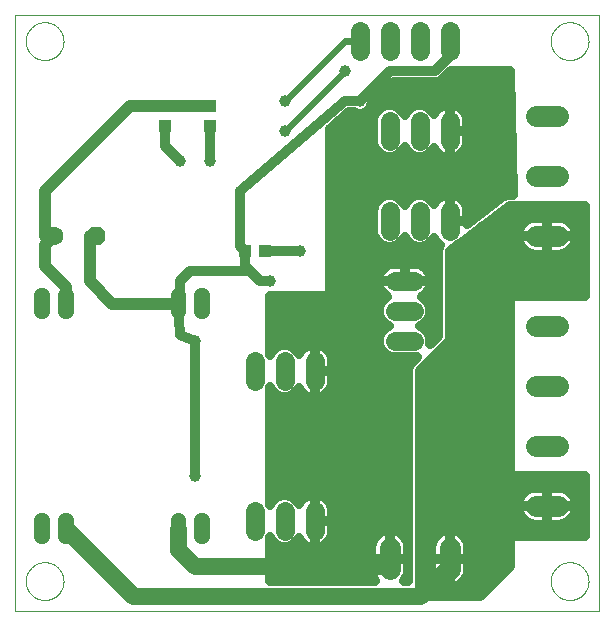
<source format=gbl>
G75*
%MOIN*%
%OFA0B0*%
%FSLAX25Y25*%
%IPPOS*%
%LPD*%
%AMOC8*
5,1,8,0,0,1.08239X$1,22.5*
%
%ADD10C,0.00000*%
%ADD11R,0.04331X0.03937*%
%ADD12C,0.04500*%
%ADD13R,0.03937X0.04331*%
%ADD14C,0.06400*%
%ADD15C,0.07100*%
%ADD16OC8,0.06300*%
%ADD17C,0.06300*%
%ADD18C,0.03200*%
%ADD19C,0.03962*%
%ADD20C,0.05600*%
%ADD21C,0.04000*%
%ADD22C,0.02400*%
D10*
X0001000Y0001000D02*
X0001000Y0199701D01*
X0195921Y0199701D01*
X0195921Y0001000D01*
X0001000Y0001000D01*
X0004701Y0011000D02*
X0004703Y0011158D01*
X0004709Y0011316D01*
X0004719Y0011474D01*
X0004733Y0011632D01*
X0004751Y0011789D01*
X0004772Y0011946D01*
X0004798Y0012102D01*
X0004828Y0012258D01*
X0004861Y0012413D01*
X0004899Y0012566D01*
X0004940Y0012719D01*
X0004985Y0012871D01*
X0005034Y0013022D01*
X0005087Y0013171D01*
X0005143Y0013319D01*
X0005203Y0013465D01*
X0005267Y0013610D01*
X0005335Y0013753D01*
X0005406Y0013895D01*
X0005480Y0014035D01*
X0005558Y0014172D01*
X0005640Y0014308D01*
X0005724Y0014442D01*
X0005813Y0014573D01*
X0005904Y0014702D01*
X0005999Y0014829D01*
X0006096Y0014954D01*
X0006197Y0015076D01*
X0006301Y0015195D01*
X0006408Y0015312D01*
X0006518Y0015426D01*
X0006631Y0015537D01*
X0006746Y0015646D01*
X0006864Y0015751D01*
X0006985Y0015853D01*
X0007108Y0015953D01*
X0007234Y0016049D01*
X0007362Y0016142D01*
X0007492Y0016232D01*
X0007625Y0016318D01*
X0007760Y0016402D01*
X0007896Y0016481D01*
X0008035Y0016558D01*
X0008176Y0016630D01*
X0008318Y0016700D01*
X0008462Y0016765D01*
X0008608Y0016827D01*
X0008755Y0016885D01*
X0008904Y0016940D01*
X0009054Y0016991D01*
X0009205Y0017038D01*
X0009357Y0017081D01*
X0009510Y0017120D01*
X0009665Y0017156D01*
X0009820Y0017187D01*
X0009976Y0017215D01*
X0010132Y0017239D01*
X0010289Y0017259D01*
X0010447Y0017275D01*
X0010604Y0017287D01*
X0010763Y0017295D01*
X0010921Y0017299D01*
X0011079Y0017299D01*
X0011237Y0017295D01*
X0011396Y0017287D01*
X0011553Y0017275D01*
X0011711Y0017259D01*
X0011868Y0017239D01*
X0012024Y0017215D01*
X0012180Y0017187D01*
X0012335Y0017156D01*
X0012490Y0017120D01*
X0012643Y0017081D01*
X0012795Y0017038D01*
X0012946Y0016991D01*
X0013096Y0016940D01*
X0013245Y0016885D01*
X0013392Y0016827D01*
X0013538Y0016765D01*
X0013682Y0016700D01*
X0013824Y0016630D01*
X0013965Y0016558D01*
X0014104Y0016481D01*
X0014240Y0016402D01*
X0014375Y0016318D01*
X0014508Y0016232D01*
X0014638Y0016142D01*
X0014766Y0016049D01*
X0014892Y0015953D01*
X0015015Y0015853D01*
X0015136Y0015751D01*
X0015254Y0015646D01*
X0015369Y0015537D01*
X0015482Y0015426D01*
X0015592Y0015312D01*
X0015699Y0015195D01*
X0015803Y0015076D01*
X0015904Y0014954D01*
X0016001Y0014829D01*
X0016096Y0014702D01*
X0016187Y0014573D01*
X0016276Y0014442D01*
X0016360Y0014308D01*
X0016442Y0014172D01*
X0016520Y0014035D01*
X0016594Y0013895D01*
X0016665Y0013753D01*
X0016733Y0013610D01*
X0016797Y0013465D01*
X0016857Y0013319D01*
X0016913Y0013171D01*
X0016966Y0013022D01*
X0017015Y0012871D01*
X0017060Y0012719D01*
X0017101Y0012566D01*
X0017139Y0012413D01*
X0017172Y0012258D01*
X0017202Y0012102D01*
X0017228Y0011946D01*
X0017249Y0011789D01*
X0017267Y0011632D01*
X0017281Y0011474D01*
X0017291Y0011316D01*
X0017297Y0011158D01*
X0017299Y0011000D01*
X0017297Y0010842D01*
X0017291Y0010684D01*
X0017281Y0010526D01*
X0017267Y0010368D01*
X0017249Y0010211D01*
X0017228Y0010054D01*
X0017202Y0009898D01*
X0017172Y0009742D01*
X0017139Y0009587D01*
X0017101Y0009434D01*
X0017060Y0009281D01*
X0017015Y0009129D01*
X0016966Y0008978D01*
X0016913Y0008829D01*
X0016857Y0008681D01*
X0016797Y0008535D01*
X0016733Y0008390D01*
X0016665Y0008247D01*
X0016594Y0008105D01*
X0016520Y0007965D01*
X0016442Y0007828D01*
X0016360Y0007692D01*
X0016276Y0007558D01*
X0016187Y0007427D01*
X0016096Y0007298D01*
X0016001Y0007171D01*
X0015904Y0007046D01*
X0015803Y0006924D01*
X0015699Y0006805D01*
X0015592Y0006688D01*
X0015482Y0006574D01*
X0015369Y0006463D01*
X0015254Y0006354D01*
X0015136Y0006249D01*
X0015015Y0006147D01*
X0014892Y0006047D01*
X0014766Y0005951D01*
X0014638Y0005858D01*
X0014508Y0005768D01*
X0014375Y0005682D01*
X0014240Y0005598D01*
X0014104Y0005519D01*
X0013965Y0005442D01*
X0013824Y0005370D01*
X0013682Y0005300D01*
X0013538Y0005235D01*
X0013392Y0005173D01*
X0013245Y0005115D01*
X0013096Y0005060D01*
X0012946Y0005009D01*
X0012795Y0004962D01*
X0012643Y0004919D01*
X0012490Y0004880D01*
X0012335Y0004844D01*
X0012180Y0004813D01*
X0012024Y0004785D01*
X0011868Y0004761D01*
X0011711Y0004741D01*
X0011553Y0004725D01*
X0011396Y0004713D01*
X0011237Y0004705D01*
X0011079Y0004701D01*
X0010921Y0004701D01*
X0010763Y0004705D01*
X0010604Y0004713D01*
X0010447Y0004725D01*
X0010289Y0004741D01*
X0010132Y0004761D01*
X0009976Y0004785D01*
X0009820Y0004813D01*
X0009665Y0004844D01*
X0009510Y0004880D01*
X0009357Y0004919D01*
X0009205Y0004962D01*
X0009054Y0005009D01*
X0008904Y0005060D01*
X0008755Y0005115D01*
X0008608Y0005173D01*
X0008462Y0005235D01*
X0008318Y0005300D01*
X0008176Y0005370D01*
X0008035Y0005442D01*
X0007896Y0005519D01*
X0007760Y0005598D01*
X0007625Y0005682D01*
X0007492Y0005768D01*
X0007362Y0005858D01*
X0007234Y0005951D01*
X0007108Y0006047D01*
X0006985Y0006147D01*
X0006864Y0006249D01*
X0006746Y0006354D01*
X0006631Y0006463D01*
X0006518Y0006574D01*
X0006408Y0006688D01*
X0006301Y0006805D01*
X0006197Y0006924D01*
X0006096Y0007046D01*
X0005999Y0007171D01*
X0005904Y0007298D01*
X0005813Y0007427D01*
X0005724Y0007558D01*
X0005640Y0007692D01*
X0005558Y0007828D01*
X0005480Y0007965D01*
X0005406Y0008105D01*
X0005335Y0008247D01*
X0005267Y0008390D01*
X0005203Y0008535D01*
X0005143Y0008681D01*
X0005087Y0008829D01*
X0005034Y0008978D01*
X0004985Y0009129D01*
X0004940Y0009281D01*
X0004899Y0009434D01*
X0004861Y0009587D01*
X0004828Y0009742D01*
X0004798Y0009898D01*
X0004772Y0010054D01*
X0004751Y0010211D01*
X0004733Y0010368D01*
X0004719Y0010526D01*
X0004709Y0010684D01*
X0004703Y0010842D01*
X0004701Y0011000D01*
X0004701Y0191000D02*
X0004703Y0191158D01*
X0004709Y0191316D01*
X0004719Y0191474D01*
X0004733Y0191632D01*
X0004751Y0191789D01*
X0004772Y0191946D01*
X0004798Y0192102D01*
X0004828Y0192258D01*
X0004861Y0192413D01*
X0004899Y0192566D01*
X0004940Y0192719D01*
X0004985Y0192871D01*
X0005034Y0193022D01*
X0005087Y0193171D01*
X0005143Y0193319D01*
X0005203Y0193465D01*
X0005267Y0193610D01*
X0005335Y0193753D01*
X0005406Y0193895D01*
X0005480Y0194035D01*
X0005558Y0194172D01*
X0005640Y0194308D01*
X0005724Y0194442D01*
X0005813Y0194573D01*
X0005904Y0194702D01*
X0005999Y0194829D01*
X0006096Y0194954D01*
X0006197Y0195076D01*
X0006301Y0195195D01*
X0006408Y0195312D01*
X0006518Y0195426D01*
X0006631Y0195537D01*
X0006746Y0195646D01*
X0006864Y0195751D01*
X0006985Y0195853D01*
X0007108Y0195953D01*
X0007234Y0196049D01*
X0007362Y0196142D01*
X0007492Y0196232D01*
X0007625Y0196318D01*
X0007760Y0196402D01*
X0007896Y0196481D01*
X0008035Y0196558D01*
X0008176Y0196630D01*
X0008318Y0196700D01*
X0008462Y0196765D01*
X0008608Y0196827D01*
X0008755Y0196885D01*
X0008904Y0196940D01*
X0009054Y0196991D01*
X0009205Y0197038D01*
X0009357Y0197081D01*
X0009510Y0197120D01*
X0009665Y0197156D01*
X0009820Y0197187D01*
X0009976Y0197215D01*
X0010132Y0197239D01*
X0010289Y0197259D01*
X0010447Y0197275D01*
X0010604Y0197287D01*
X0010763Y0197295D01*
X0010921Y0197299D01*
X0011079Y0197299D01*
X0011237Y0197295D01*
X0011396Y0197287D01*
X0011553Y0197275D01*
X0011711Y0197259D01*
X0011868Y0197239D01*
X0012024Y0197215D01*
X0012180Y0197187D01*
X0012335Y0197156D01*
X0012490Y0197120D01*
X0012643Y0197081D01*
X0012795Y0197038D01*
X0012946Y0196991D01*
X0013096Y0196940D01*
X0013245Y0196885D01*
X0013392Y0196827D01*
X0013538Y0196765D01*
X0013682Y0196700D01*
X0013824Y0196630D01*
X0013965Y0196558D01*
X0014104Y0196481D01*
X0014240Y0196402D01*
X0014375Y0196318D01*
X0014508Y0196232D01*
X0014638Y0196142D01*
X0014766Y0196049D01*
X0014892Y0195953D01*
X0015015Y0195853D01*
X0015136Y0195751D01*
X0015254Y0195646D01*
X0015369Y0195537D01*
X0015482Y0195426D01*
X0015592Y0195312D01*
X0015699Y0195195D01*
X0015803Y0195076D01*
X0015904Y0194954D01*
X0016001Y0194829D01*
X0016096Y0194702D01*
X0016187Y0194573D01*
X0016276Y0194442D01*
X0016360Y0194308D01*
X0016442Y0194172D01*
X0016520Y0194035D01*
X0016594Y0193895D01*
X0016665Y0193753D01*
X0016733Y0193610D01*
X0016797Y0193465D01*
X0016857Y0193319D01*
X0016913Y0193171D01*
X0016966Y0193022D01*
X0017015Y0192871D01*
X0017060Y0192719D01*
X0017101Y0192566D01*
X0017139Y0192413D01*
X0017172Y0192258D01*
X0017202Y0192102D01*
X0017228Y0191946D01*
X0017249Y0191789D01*
X0017267Y0191632D01*
X0017281Y0191474D01*
X0017291Y0191316D01*
X0017297Y0191158D01*
X0017299Y0191000D01*
X0017297Y0190842D01*
X0017291Y0190684D01*
X0017281Y0190526D01*
X0017267Y0190368D01*
X0017249Y0190211D01*
X0017228Y0190054D01*
X0017202Y0189898D01*
X0017172Y0189742D01*
X0017139Y0189587D01*
X0017101Y0189434D01*
X0017060Y0189281D01*
X0017015Y0189129D01*
X0016966Y0188978D01*
X0016913Y0188829D01*
X0016857Y0188681D01*
X0016797Y0188535D01*
X0016733Y0188390D01*
X0016665Y0188247D01*
X0016594Y0188105D01*
X0016520Y0187965D01*
X0016442Y0187828D01*
X0016360Y0187692D01*
X0016276Y0187558D01*
X0016187Y0187427D01*
X0016096Y0187298D01*
X0016001Y0187171D01*
X0015904Y0187046D01*
X0015803Y0186924D01*
X0015699Y0186805D01*
X0015592Y0186688D01*
X0015482Y0186574D01*
X0015369Y0186463D01*
X0015254Y0186354D01*
X0015136Y0186249D01*
X0015015Y0186147D01*
X0014892Y0186047D01*
X0014766Y0185951D01*
X0014638Y0185858D01*
X0014508Y0185768D01*
X0014375Y0185682D01*
X0014240Y0185598D01*
X0014104Y0185519D01*
X0013965Y0185442D01*
X0013824Y0185370D01*
X0013682Y0185300D01*
X0013538Y0185235D01*
X0013392Y0185173D01*
X0013245Y0185115D01*
X0013096Y0185060D01*
X0012946Y0185009D01*
X0012795Y0184962D01*
X0012643Y0184919D01*
X0012490Y0184880D01*
X0012335Y0184844D01*
X0012180Y0184813D01*
X0012024Y0184785D01*
X0011868Y0184761D01*
X0011711Y0184741D01*
X0011553Y0184725D01*
X0011396Y0184713D01*
X0011237Y0184705D01*
X0011079Y0184701D01*
X0010921Y0184701D01*
X0010763Y0184705D01*
X0010604Y0184713D01*
X0010447Y0184725D01*
X0010289Y0184741D01*
X0010132Y0184761D01*
X0009976Y0184785D01*
X0009820Y0184813D01*
X0009665Y0184844D01*
X0009510Y0184880D01*
X0009357Y0184919D01*
X0009205Y0184962D01*
X0009054Y0185009D01*
X0008904Y0185060D01*
X0008755Y0185115D01*
X0008608Y0185173D01*
X0008462Y0185235D01*
X0008318Y0185300D01*
X0008176Y0185370D01*
X0008035Y0185442D01*
X0007896Y0185519D01*
X0007760Y0185598D01*
X0007625Y0185682D01*
X0007492Y0185768D01*
X0007362Y0185858D01*
X0007234Y0185951D01*
X0007108Y0186047D01*
X0006985Y0186147D01*
X0006864Y0186249D01*
X0006746Y0186354D01*
X0006631Y0186463D01*
X0006518Y0186574D01*
X0006408Y0186688D01*
X0006301Y0186805D01*
X0006197Y0186924D01*
X0006096Y0187046D01*
X0005999Y0187171D01*
X0005904Y0187298D01*
X0005813Y0187427D01*
X0005724Y0187558D01*
X0005640Y0187692D01*
X0005558Y0187828D01*
X0005480Y0187965D01*
X0005406Y0188105D01*
X0005335Y0188247D01*
X0005267Y0188390D01*
X0005203Y0188535D01*
X0005143Y0188681D01*
X0005087Y0188829D01*
X0005034Y0188978D01*
X0004985Y0189129D01*
X0004940Y0189281D01*
X0004899Y0189434D01*
X0004861Y0189587D01*
X0004828Y0189742D01*
X0004798Y0189898D01*
X0004772Y0190054D01*
X0004751Y0190211D01*
X0004733Y0190368D01*
X0004719Y0190526D01*
X0004709Y0190684D01*
X0004703Y0190842D01*
X0004701Y0191000D01*
X0179701Y0191000D02*
X0179703Y0191158D01*
X0179709Y0191316D01*
X0179719Y0191474D01*
X0179733Y0191632D01*
X0179751Y0191789D01*
X0179772Y0191946D01*
X0179798Y0192102D01*
X0179828Y0192258D01*
X0179861Y0192413D01*
X0179899Y0192566D01*
X0179940Y0192719D01*
X0179985Y0192871D01*
X0180034Y0193022D01*
X0180087Y0193171D01*
X0180143Y0193319D01*
X0180203Y0193465D01*
X0180267Y0193610D01*
X0180335Y0193753D01*
X0180406Y0193895D01*
X0180480Y0194035D01*
X0180558Y0194172D01*
X0180640Y0194308D01*
X0180724Y0194442D01*
X0180813Y0194573D01*
X0180904Y0194702D01*
X0180999Y0194829D01*
X0181096Y0194954D01*
X0181197Y0195076D01*
X0181301Y0195195D01*
X0181408Y0195312D01*
X0181518Y0195426D01*
X0181631Y0195537D01*
X0181746Y0195646D01*
X0181864Y0195751D01*
X0181985Y0195853D01*
X0182108Y0195953D01*
X0182234Y0196049D01*
X0182362Y0196142D01*
X0182492Y0196232D01*
X0182625Y0196318D01*
X0182760Y0196402D01*
X0182896Y0196481D01*
X0183035Y0196558D01*
X0183176Y0196630D01*
X0183318Y0196700D01*
X0183462Y0196765D01*
X0183608Y0196827D01*
X0183755Y0196885D01*
X0183904Y0196940D01*
X0184054Y0196991D01*
X0184205Y0197038D01*
X0184357Y0197081D01*
X0184510Y0197120D01*
X0184665Y0197156D01*
X0184820Y0197187D01*
X0184976Y0197215D01*
X0185132Y0197239D01*
X0185289Y0197259D01*
X0185447Y0197275D01*
X0185604Y0197287D01*
X0185763Y0197295D01*
X0185921Y0197299D01*
X0186079Y0197299D01*
X0186237Y0197295D01*
X0186396Y0197287D01*
X0186553Y0197275D01*
X0186711Y0197259D01*
X0186868Y0197239D01*
X0187024Y0197215D01*
X0187180Y0197187D01*
X0187335Y0197156D01*
X0187490Y0197120D01*
X0187643Y0197081D01*
X0187795Y0197038D01*
X0187946Y0196991D01*
X0188096Y0196940D01*
X0188245Y0196885D01*
X0188392Y0196827D01*
X0188538Y0196765D01*
X0188682Y0196700D01*
X0188824Y0196630D01*
X0188965Y0196558D01*
X0189104Y0196481D01*
X0189240Y0196402D01*
X0189375Y0196318D01*
X0189508Y0196232D01*
X0189638Y0196142D01*
X0189766Y0196049D01*
X0189892Y0195953D01*
X0190015Y0195853D01*
X0190136Y0195751D01*
X0190254Y0195646D01*
X0190369Y0195537D01*
X0190482Y0195426D01*
X0190592Y0195312D01*
X0190699Y0195195D01*
X0190803Y0195076D01*
X0190904Y0194954D01*
X0191001Y0194829D01*
X0191096Y0194702D01*
X0191187Y0194573D01*
X0191276Y0194442D01*
X0191360Y0194308D01*
X0191442Y0194172D01*
X0191520Y0194035D01*
X0191594Y0193895D01*
X0191665Y0193753D01*
X0191733Y0193610D01*
X0191797Y0193465D01*
X0191857Y0193319D01*
X0191913Y0193171D01*
X0191966Y0193022D01*
X0192015Y0192871D01*
X0192060Y0192719D01*
X0192101Y0192566D01*
X0192139Y0192413D01*
X0192172Y0192258D01*
X0192202Y0192102D01*
X0192228Y0191946D01*
X0192249Y0191789D01*
X0192267Y0191632D01*
X0192281Y0191474D01*
X0192291Y0191316D01*
X0192297Y0191158D01*
X0192299Y0191000D01*
X0192297Y0190842D01*
X0192291Y0190684D01*
X0192281Y0190526D01*
X0192267Y0190368D01*
X0192249Y0190211D01*
X0192228Y0190054D01*
X0192202Y0189898D01*
X0192172Y0189742D01*
X0192139Y0189587D01*
X0192101Y0189434D01*
X0192060Y0189281D01*
X0192015Y0189129D01*
X0191966Y0188978D01*
X0191913Y0188829D01*
X0191857Y0188681D01*
X0191797Y0188535D01*
X0191733Y0188390D01*
X0191665Y0188247D01*
X0191594Y0188105D01*
X0191520Y0187965D01*
X0191442Y0187828D01*
X0191360Y0187692D01*
X0191276Y0187558D01*
X0191187Y0187427D01*
X0191096Y0187298D01*
X0191001Y0187171D01*
X0190904Y0187046D01*
X0190803Y0186924D01*
X0190699Y0186805D01*
X0190592Y0186688D01*
X0190482Y0186574D01*
X0190369Y0186463D01*
X0190254Y0186354D01*
X0190136Y0186249D01*
X0190015Y0186147D01*
X0189892Y0186047D01*
X0189766Y0185951D01*
X0189638Y0185858D01*
X0189508Y0185768D01*
X0189375Y0185682D01*
X0189240Y0185598D01*
X0189104Y0185519D01*
X0188965Y0185442D01*
X0188824Y0185370D01*
X0188682Y0185300D01*
X0188538Y0185235D01*
X0188392Y0185173D01*
X0188245Y0185115D01*
X0188096Y0185060D01*
X0187946Y0185009D01*
X0187795Y0184962D01*
X0187643Y0184919D01*
X0187490Y0184880D01*
X0187335Y0184844D01*
X0187180Y0184813D01*
X0187024Y0184785D01*
X0186868Y0184761D01*
X0186711Y0184741D01*
X0186553Y0184725D01*
X0186396Y0184713D01*
X0186237Y0184705D01*
X0186079Y0184701D01*
X0185921Y0184701D01*
X0185763Y0184705D01*
X0185604Y0184713D01*
X0185447Y0184725D01*
X0185289Y0184741D01*
X0185132Y0184761D01*
X0184976Y0184785D01*
X0184820Y0184813D01*
X0184665Y0184844D01*
X0184510Y0184880D01*
X0184357Y0184919D01*
X0184205Y0184962D01*
X0184054Y0185009D01*
X0183904Y0185060D01*
X0183755Y0185115D01*
X0183608Y0185173D01*
X0183462Y0185235D01*
X0183318Y0185300D01*
X0183176Y0185370D01*
X0183035Y0185442D01*
X0182896Y0185519D01*
X0182760Y0185598D01*
X0182625Y0185682D01*
X0182492Y0185768D01*
X0182362Y0185858D01*
X0182234Y0185951D01*
X0182108Y0186047D01*
X0181985Y0186147D01*
X0181864Y0186249D01*
X0181746Y0186354D01*
X0181631Y0186463D01*
X0181518Y0186574D01*
X0181408Y0186688D01*
X0181301Y0186805D01*
X0181197Y0186924D01*
X0181096Y0187046D01*
X0180999Y0187171D01*
X0180904Y0187298D01*
X0180813Y0187427D01*
X0180724Y0187558D01*
X0180640Y0187692D01*
X0180558Y0187828D01*
X0180480Y0187965D01*
X0180406Y0188105D01*
X0180335Y0188247D01*
X0180267Y0188390D01*
X0180203Y0188535D01*
X0180143Y0188681D01*
X0180087Y0188829D01*
X0180034Y0188978D01*
X0179985Y0189129D01*
X0179940Y0189281D01*
X0179899Y0189434D01*
X0179861Y0189587D01*
X0179828Y0189742D01*
X0179798Y0189898D01*
X0179772Y0190054D01*
X0179751Y0190211D01*
X0179733Y0190368D01*
X0179719Y0190526D01*
X0179709Y0190684D01*
X0179703Y0190842D01*
X0179701Y0191000D01*
X0179701Y0011000D02*
X0179703Y0011158D01*
X0179709Y0011316D01*
X0179719Y0011474D01*
X0179733Y0011632D01*
X0179751Y0011789D01*
X0179772Y0011946D01*
X0179798Y0012102D01*
X0179828Y0012258D01*
X0179861Y0012413D01*
X0179899Y0012566D01*
X0179940Y0012719D01*
X0179985Y0012871D01*
X0180034Y0013022D01*
X0180087Y0013171D01*
X0180143Y0013319D01*
X0180203Y0013465D01*
X0180267Y0013610D01*
X0180335Y0013753D01*
X0180406Y0013895D01*
X0180480Y0014035D01*
X0180558Y0014172D01*
X0180640Y0014308D01*
X0180724Y0014442D01*
X0180813Y0014573D01*
X0180904Y0014702D01*
X0180999Y0014829D01*
X0181096Y0014954D01*
X0181197Y0015076D01*
X0181301Y0015195D01*
X0181408Y0015312D01*
X0181518Y0015426D01*
X0181631Y0015537D01*
X0181746Y0015646D01*
X0181864Y0015751D01*
X0181985Y0015853D01*
X0182108Y0015953D01*
X0182234Y0016049D01*
X0182362Y0016142D01*
X0182492Y0016232D01*
X0182625Y0016318D01*
X0182760Y0016402D01*
X0182896Y0016481D01*
X0183035Y0016558D01*
X0183176Y0016630D01*
X0183318Y0016700D01*
X0183462Y0016765D01*
X0183608Y0016827D01*
X0183755Y0016885D01*
X0183904Y0016940D01*
X0184054Y0016991D01*
X0184205Y0017038D01*
X0184357Y0017081D01*
X0184510Y0017120D01*
X0184665Y0017156D01*
X0184820Y0017187D01*
X0184976Y0017215D01*
X0185132Y0017239D01*
X0185289Y0017259D01*
X0185447Y0017275D01*
X0185604Y0017287D01*
X0185763Y0017295D01*
X0185921Y0017299D01*
X0186079Y0017299D01*
X0186237Y0017295D01*
X0186396Y0017287D01*
X0186553Y0017275D01*
X0186711Y0017259D01*
X0186868Y0017239D01*
X0187024Y0017215D01*
X0187180Y0017187D01*
X0187335Y0017156D01*
X0187490Y0017120D01*
X0187643Y0017081D01*
X0187795Y0017038D01*
X0187946Y0016991D01*
X0188096Y0016940D01*
X0188245Y0016885D01*
X0188392Y0016827D01*
X0188538Y0016765D01*
X0188682Y0016700D01*
X0188824Y0016630D01*
X0188965Y0016558D01*
X0189104Y0016481D01*
X0189240Y0016402D01*
X0189375Y0016318D01*
X0189508Y0016232D01*
X0189638Y0016142D01*
X0189766Y0016049D01*
X0189892Y0015953D01*
X0190015Y0015853D01*
X0190136Y0015751D01*
X0190254Y0015646D01*
X0190369Y0015537D01*
X0190482Y0015426D01*
X0190592Y0015312D01*
X0190699Y0015195D01*
X0190803Y0015076D01*
X0190904Y0014954D01*
X0191001Y0014829D01*
X0191096Y0014702D01*
X0191187Y0014573D01*
X0191276Y0014442D01*
X0191360Y0014308D01*
X0191442Y0014172D01*
X0191520Y0014035D01*
X0191594Y0013895D01*
X0191665Y0013753D01*
X0191733Y0013610D01*
X0191797Y0013465D01*
X0191857Y0013319D01*
X0191913Y0013171D01*
X0191966Y0013022D01*
X0192015Y0012871D01*
X0192060Y0012719D01*
X0192101Y0012566D01*
X0192139Y0012413D01*
X0192172Y0012258D01*
X0192202Y0012102D01*
X0192228Y0011946D01*
X0192249Y0011789D01*
X0192267Y0011632D01*
X0192281Y0011474D01*
X0192291Y0011316D01*
X0192297Y0011158D01*
X0192299Y0011000D01*
X0192297Y0010842D01*
X0192291Y0010684D01*
X0192281Y0010526D01*
X0192267Y0010368D01*
X0192249Y0010211D01*
X0192228Y0010054D01*
X0192202Y0009898D01*
X0192172Y0009742D01*
X0192139Y0009587D01*
X0192101Y0009434D01*
X0192060Y0009281D01*
X0192015Y0009129D01*
X0191966Y0008978D01*
X0191913Y0008829D01*
X0191857Y0008681D01*
X0191797Y0008535D01*
X0191733Y0008390D01*
X0191665Y0008247D01*
X0191594Y0008105D01*
X0191520Y0007965D01*
X0191442Y0007828D01*
X0191360Y0007692D01*
X0191276Y0007558D01*
X0191187Y0007427D01*
X0191096Y0007298D01*
X0191001Y0007171D01*
X0190904Y0007046D01*
X0190803Y0006924D01*
X0190699Y0006805D01*
X0190592Y0006688D01*
X0190482Y0006574D01*
X0190369Y0006463D01*
X0190254Y0006354D01*
X0190136Y0006249D01*
X0190015Y0006147D01*
X0189892Y0006047D01*
X0189766Y0005951D01*
X0189638Y0005858D01*
X0189508Y0005768D01*
X0189375Y0005682D01*
X0189240Y0005598D01*
X0189104Y0005519D01*
X0188965Y0005442D01*
X0188824Y0005370D01*
X0188682Y0005300D01*
X0188538Y0005235D01*
X0188392Y0005173D01*
X0188245Y0005115D01*
X0188096Y0005060D01*
X0187946Y0005009D01*
X0187795Y0004962D01*
X0187643Y0004919D01*
X0187490Y0004880D01*
X0187335Y0004844D01*
X0187180Y0004813D01*
X0187024Y0004785D01*
X0186868Y0004761D01*
X0186711Y0004741D01*
X0186553Y0004725D01*
X0186396Y0004713D01*
X0186237Y0004705D01*
X0186079Y0004701D01*
X0185921Y0004701D01*
X0185763Y0004705D01*
X0185604Y0004713D01*
X0185447Y0004725D01*
X0185289Y0004741D01*
X0185132Y0004761D01*
X0184976Y0004785D01*
X0184820Y0004813D01*
X0184665Y0004844D01*
X0184510Y0004880D01*
X0184357Y0004919D01*
X0184205Y0004962D01*
X0184054Y0005009D01*
X0183904Y0005060D01*
X0183755Y0005115D01*
X0183608Y0005173D01*
X0183462Y0005235D01*
X0183318Y0005300D01*
X0183176Y0005370D01*
X0183035Y0005442D01*
X0182896Y0005519D01*
X0182760Y0005598D01*
X0182625Y0005682D01*
X0182492Y0005768D01*
X0182362Y0005858D01*
X0182234Y0005951D01*
X0182108Y0006047D01*
X0181985Y0006147D01*
X0181864Y0006249D01*
X0181746Y0006354D01*
X0181631Y0006463D01*
X0181518Y0006574D01*
X0181408Y0006688D01*
X0181301Y0006805D01*
X0181197Y0006924D01*
X0181096Y0007046D01*
X0180999Y0007171D01*
X0180904Y0007298D01*
X0180813Y0007427D01*
X0180724Y0007558D01*
X0180640Y0007692D01*
X0180558Y0007828D01*
X0180480Y0007965D01*
X0180406Y0008105D01*
X0180335Y0008247D01*
X0180267Y0008390D01*
X0180203Y0008535D01*
X0180143Y0008681D01*
X0180087Y0008829D01*
X0180034Y0008978D01*
X0179985Y0009129D01*
X0179940Y0009281D01*
X0179899Y0009434D01*
X0179861Y0009587D01*
X0179828Y0009742D01*
X0179798Y0009898D01*
X0179772Y0010054D01*
X0179751Y0010211D01*
X0179733Y0010368D01*
X0179719Y0010526D01*
X0179709Y0010684D01*
X0179703Y0010842D01*
X0179701Y0011000D01*
D11*
X0066000Y0162654D03*
X0066000Y0169346D03*
X0051000Y0169346D03*
X0051000Y0162654D03*
D12*
X0055850Y0106250D02*
X0055850Y0100750D01*
X0055350Y0100750D01*
X0055350Y0106250D01*
X0055850Y0106250D01*
X0055850Y0105249D02*
X0055350Y0105249D01*
X0063750Y0106250D02*
X0063750Y0100750D01*
X0063250Y0100750D01*
X0063250Y0106250D01*
X0063750Y0106250D01*
X0063750Y0105249D02*
X0063250Y0105249D01*
X0018350Y0106250D02*
X0018350Y0100750D01*
X0017850Y0100750D01*
X0017850Y0106250D01*
X0018350Y0106250D01*
X0018350Y0105249D02*
X0017850Y0105249D01*
X0010450Y0106250D02*
X0010450Y0100750D01*
X0009950Y0100750D01*
X0009950Y0106250D01*
X0010450Y0106250D01*
X0010450Y0105249D02*
X0009950Y0105249D01*
X0010450Y0031250D02*
X0010450Y0025750D01*
X0009950Y0025750D01*
X0009950Y0031250D01*
X0010450Y0031250D01*
X0010450Y0030249D02*
X0009950Y0030249D01*
X0018350Y0031250D02*
X0018350Y0025750D01*
X0017850Y0025750D01*
X0017850Y0031250D01*
X0018350Y0031250D01*
X0018350Y0030249D02*
X0017850Y0030249D01*
X0055850Y0031250D02*
X0055850Y0025750D01*
X0055350Y0025750D01*
X0055350Y0031250D01*
X0055850Y0031250D01*
X0055850Y0030249D02*
X0055350Y0030249D01*
X0063750Y0031250D02*
X0063750Y0025750D01*
X0063250Y0025750D01*
X0063250Y0031250D01*
X0063750Y0031250D01*
X0063750Y0030249D02*
X0063250Y0030249D01*
D13*
X0077654Y0121000D03*
X0084346Y0121000D03*
D14*
X0081000Y0084200D02*
X0081000Y0077800D01*
X0091000Y0077800D02*
X0091000Y0084200D01*
X0101000Y0084200D02*
X0101000Y0077800D01*
X0127800Y0091000D02*
X0134200Y0091000D01*
X0134200Y0101000D02*
X0127800Y0101000D01*
X0127800Y0111000D02*
X0134200Y0111000D01*
X0136000Y0127800D02*
X0136000Y0134200D01*
X0146000Y0134200D02*
X0146000Y0127800D01*
X0126000Y0127800D02*
X0126000Y0134200D01*
X0126000Y0157800D02*
X0126000Y0164200D01*
X0136000Y0164200D02*
X0136000Y0157800D01*
X0146000Y0157800D02*
X0146000Y0164200D01*
X0146000Y0187800D02*
X0146000Y0194200D01*
X0136000Y0194200D02*
X0136000Y0187800D01*
X0126000Y0187800D02*
X0126000Y0194200D01*
X0116000Y0194200D02*
X0116000Y0187800D01*
X0101000Y0034200D02*
X0101000Y0027800D01*
X0091000Y0027800D02*
X0091000Y0034200D01*
X0081000Y0034200D02*
X0081000Y0027800D01*
D15*
X0126000Y0022050D02*
X0126000Y0014950D01*
X0146000Y0014950D02*
X0146000Y0022050D01*
X0174950Y0036000D02*
X0182050Y0036000D01*
X0182050Y0056000D02*
X0174950Y0056000D01*
X0174950Y0076000D02*
X0182050Y0076000D01*
X0182050Y0096000D02*
X0174950Y0096000D01*
X0174950Y0126000D02*
X0182050Y0126000D01*
X0182050Y0146000D02*
X0174950Y0146000D01*
X0174950Y0166000D02*
X0182050Y0166000D01*
D16*
X0028000Y0126000D03*
D17*
X0014000Y0126000D03*
D18*
X0051000Y0156000D02*
X0051000Y0162654D01*
X0051000Y0156000D02*
X0056000Y0151000D01*
X0066000Y0151000D02*
X0066000Y0162654D01*
X0076000Y0141000D02*
X0076000Y0122654D01*
X0077654Y0121000D01*
X0077654Y0116000D01*
X0082654Y0111000D01*
X0086000Y0111000D01*
X0086000Y0106000D02*
X0106000Y0106000D01*
X0106000Y0161709D01*
X0112406Y0167200D01*
X0114248Y0167200D01*
X0115168Y0166819D01*
X0116832Y0166819D01*
X0118368Y0167455D01*
X0119545Y0168632D01*
X0119926Y0169552D01*
X0127574Y0177200D01*
X0141756Y0177200D01*
X0143153Y0177779D01*
X0144221Y0178847D01*
X0146374Y0181000D01*
X0166000Y0181000D01*
X0167177Y0139800D01*
X0166270Y0139800D01*
X0165789Y0139869D01*
X0165521Y0139800D01*
X0165244Y0139800D01*
X0164795Y0139614D01*
X0164325Y0139494D01*
X0164103Y0139327D01*
X0163847Y0139221D01*
X0163504Y0138878D01*
X0151800Y0130100D01*
X0151800Y0131000D01*
X0151800Y0134656D01*
X0151657Y0135558D01*
X0151375Y0136426D01*
X0150961Y0137240D01*
X0150424Y0137978D01*
X0149778Y0138624D01*
X0149040Y0139161D01*
X0148226Y0139575D01*
X0147358Y0139857D01*
X0146456Y0140000D01*
X0146000Y0140000D01*
X0146000Y0131000D01*
X0151800Y0131000D01*
X0146000Y0131000D01*
X0146000Y0131000D01*
X0146000Y0131000D01*
X0146000Y0140000D01*
X0145544Y0140000D01*
X0144642Y0139857D01*
X0143774Y0139575D01*
X0142960Y0139161D01*
X0142222Y0138624D01*
X0141576Y0137978D01*
X0141039Y0137240D01*
X0140789Y0136749D01*
X0140578Y0137259D01*
X0139059Y0138778D01*
X0137074Y0139600D01*
X0134926Y0139600D01*
X0132941Y0138778D01*
X0131422Y0137259D01*
X0131000Y0136240D01*
X0130578Y0137259D01*
X0129059Y0138778D01*
X0127074Y0139600D01*
X0124926Y0139600D01*
X0122941Y0138778D01*
X0121422Y0137259D01*
X0120600Y0135274D01*
X0120600Y0126726D01*
X0121422Y0124741D01*
X0122941Y0123222D01*
X0124926Y0122400D01*
X0127074Y0122400D01*
X0129059Y0123222D01*
X0130578Y0124741D01*
X0131000Y0125760D01*
X0131422Y0124741D01*
X0132941Y0123222D01*
X0134926Y0122400D01*
X0137074Y0122400D01*
X0139059Y0123222D01*
X0140578Y0124741D01*
X0140789Y0125251D01*
X0141039Y0124760D01*
X0141576Y0124022D01*
X0142222Y0123376D01*
X0142721Y0123013D01*
X0142593Y0122704D01*
X0142345Y0122286D01*
X0142306Y0122012D01*
X0142200Y0121756D01*
X0142200Y0121270D01*
X0142131Y0120789D01*
X0142200Y0120521D01*
X0142200Y0092574D01*
X0139600Y0089974D01*
X0139600Y0092074D01*
X0138778Y0094059D01*
X0137259Y0095578D01*
X0136240Y0096000D01*
X0137259Y0096422D01*
X0138778Y0097941D01*
X0139600Y0099926D01*
X0139600Y0102074D01*
X0138778Y0104059D01*
X0137259Y0105578D01*
X0136749Y0105789D01*
X0137240Y0106039D01*
X0137978Y0106576D01*
X0138624Y0107222D01*
X0139161Y0107960D01*
X0139575Y0108774D01*
X0139857Y0109642D01*
X0140000Y0110544D01*
X0140000Y0111000D01*
X0140000Y0111456D01*
X0139857Y0112358D01*
X0139575Y0113226D01*
X0139161Y0114040D01*
X0138624Y0114778D01*
X0137978Y0115424D01*
X0137240Y0115961D01*
X0136426Y0116375D01*
X0135558Y0116657D01*
X0134656Y0116800D01*
X0131000Y0116800D01*
X0131000Y0111000D01*
X0131000Y0111000D01*
X0140000Y0111000D01*
X0131000Y0111000D01*
X0131000Y0111000D01*
X0131000Y0111000D01*
X0122000Y0111000D01*
X0122000Y0111456D01*
X0122143Y0112358D01*
X0122425Y0113226D01*
X0122839Y0114040D01*
X0123376Y0114778D01*
X0124022Y0115424D01*
X0124760Y0115961D01*
X0125574Y0116375D01*
X0126442Y0116657D01*
X0127344Y0116800D01*
X0131000Y0116800D01*
X0131000Y0111000D01*
X0122000Y0111000D01*
X0122000Y0110544D01*
X0122143Y0109642D01*
X0122425Y0108774D01*
X0122839Y0107960D01*
X0123376Y0107222D01*
X0124022Y0106576D01*
X0124760Y0106039D01*
X0125251Y0105789D01*
X0124741Y0105578D01*
X0123222Y0104059D01*
X0122400Y0102074D01*
X0122400Y0099926D01*
X0123222Y0097941D01*
X0124741Y0096422D01*
X0125760Y0096000D01*
X0124741Y0095578D01*
X0123222Y0094059D01*
X0122400Y0092074D01*
X0122400Y0089926D01*
X0123222Y0087941D01*
X0124741Y0086422D01*
X0126726Y0085600D01*
X0135226Y0085600D01*
X0132779Y0083153D01*
X0132200Y0081756D01*
X0132200Y0011000D01*
X0130732Y0011000D01*
X0131260Y0011727D01*
X0131699Y0012589D01*
X0131999Y0013510D01*
X0132150Y0014466D01*
X0132150Y0018500D01*
X0132150Y0022534D01*
X0131999Y0023490D01*
X0131699Y0024411D01*
X0131260Y0025273D01*
X0130691Y0026056D01*
X0130006Y0026741D01*
X0129223Y0027310D01*
X0128361Y0027749D01*
X0127440Y0028049D01*
X0126484Y0028200D01*
X0126000Y0028200D01*
X0126000Y0018500D01*
X0126000Y0018500D01*
X0132150Y0018500D01*
X0126000Y0018500D01*
X0126000Y0018500D01*
X0126000Y0018500D01*
X0119850Y0018500D01*
X0119850Y0022534D01*
X0120001Y0023490D01*
X0120301Y0024411D01*
X0120740Y0025273D01*
X0121309Y0026056D01*
X0121994Y0026741D01*
X0122777Y0027310D01*
X0123639Y0027749D01*
X0124560Y0028049D01*
X0125516Y0028200D01*
X0126000Y0028200D01*
X0126000Y0018500D01*
X0119850Y0018500D01*
X0119850Y0014466D01*
X0120001Y0013510D01*
X0120301Y0012589D01*
X0120740Y0011727D01*
X0121268Y0011000D01*
X0086000Y0011000D01*
X0086000Y0025760D01*
X0086422Y0024741D01*
X0087941Y0023222D01*
X0089926Y0022400D01*
X0092074Y0022400D01*
X0094059Y0023222D01*
X0095578Y0024741D01*
X0095789Y0025251D01*
X0096039Y0024760D01*
X0096576Y0024022D01*
X0097222Y0023376D01*
X0097960Y0022839D01*
X0098774Y0022425D01*
X0099642Y0022143D01*
X0100544Y0022000D01*
X0101000Y0022000D01*
X0101456Y0022000D01*
X0102358Y0022143D01*
X0103226Y0022425D01*
X0104040Y0022839D01*
X0104778Y0023376D01*
X0105424Y0024022D01*
X0105961Y0024760D01*
X0106375Y0025574D01*
X0106657Y0026442D01*
X0106800Y0027344D01*
X0106800Y0031000D01*
X0106800Y0034656D01*
X0106657Y0035558D01*
X0106375Y0036426D01*
X0105961Y0037240D01*
X0105424Y0037978D01*
X0104778Y0038624D01*
X0104040Y0039161D01*
X0103226Y0039575D01*
X0102358Y0039857D01*
X0101456Y0040000D01*
X0101000Y0040000D01*
X0101000Y0031000D01*
X0101000Y0031000D01*
X0106800Y0031000D01*
X0101000Y0031000D01*
X0101000Y0031000D01*
X0101000Y0040000D01*
X0100544Y0040000D01*
X0099642Y0039857D01*
X0098774Y0039575D01*
X0097960Y0039161D01*
X0097222Y0038624D01*
X0096576Y0037978D01*
X0096039Y0037240D01*
X0095789Y0036749D01*
X0095578Y0037259D01*
X0094059Y0038778D01*
X0092074Y0039600D01*
X0089926Y0039600D01*
X0087941Y0038778D01*
X0086422Y0037259D01*
X0086000Y0036240D01*
X0086000Y0075760D01*
X0086422Y0074741D01*
X0087941Y0073222D01*
X0089926Y0072400D01*
X0092074Y0072400D01*
X0094059Y0073222D01*
X0095578Y0074741D01*
X0095789Y0075251D01*
X0096039Y0074760D01*
X0096576Y0074022D01*
X0097222Y0073376D01*
X0097960Y0072839D01*
X0098774Y0072425D01*
X0099642Y0072143D01*
X0100544Y0072000D01*
X0101000Y0072000D01*
X0101456Y0072000D01*
X0102358Y0072143D01*
X0103226Y0072425D01*
X0104040Y0072839D01*
X0104778Y0073376D01*
X0105424Y0074022D01*
X0105961Y0074760D01*
X0106375Y0075574D01*
X0106657Y0076442D01*
X0106800Y0077344D01*
X0106800Y0081000D01*
X0106800Y0084656D01*
X0106657Y0085558D01*
X0106375Y0086426D01*
X0105961Y0087240D01*
X0105424Y0087978D01*
X0104778Y0088624D01*
X0104040Y0089161D01*
X0103226Y0089575D01*
X0102358Y0089857D01*
X0101456Y0090000D01*
X0101000Y0090000D01*
X0101000Y0081000D01*
X0101000Y0081000D01*
X0106800Y0081000D01*
X0101000Y0081000D01*
X0101000Y0081000D01*
X0101000Y0090000D01*
X0100544Y0090000D01*
X0099642Y0089857D01*
X0098774Y0089575D01*
X0097960Y0089161D01*
X0097222Y0088624D01*
X0096576Y0087978D01*
X0096039Y0087240D01*
X0095789Y0086749D01*
X0095578Y0087259D01*
X0094059Y0088778D01*
X0092074Y0089600D01*
X0089926Y0089600D01*
X0087941Y0088778D01*
X0086422Y0087259D01*
X0086000Y0086240D01*
X0086000Y0106000D01*
X0086000Y0103352D02*
X0122929Y0103352D01*
X0124056Y0106551D02*
X0106000Y0106551D01*
X0106000Y0109749D02*
X0122126Y0109749D01*
X0122334Y0112948D02*
X0106000Y0112948D01*
X0106000Y0116146D02*
X0125125Y0116146D01*
X0131000Y0116146D02*
X0131000Y0116146D01*
X0131000Y0112948D02*
X0131000Y0112948D01*
X0136875Y0116146D02*
X0142200Y0116146D01*
X0142200Y0112948D02*
X0139666Y0112948D01*
X0139874Y0109749D02*
X0142200Y0109749D01*
X0142200Y0106551D02*
X0137944Y0106551D01*
X0139071Y0103352D02*
X0142200Y0103352D01*
X0142200Y0100154D02*
X0139600Y0100154D01*
X0137792Y0096955D02*
X0142200Y0096955D01*
X0142200Y0093757D02*
X0138903Y0093757D01*
X0139600Y0090558D02*
X0140184Y0090558D01*
X0142360Y0087360D02*
X0166000Y0087360D01*
X0166000Y0090558D02*
X0145558Y0090558D01*
X0146000Y0091000D02*
X0146000Y0121000D01*
X0148844Y0123133D01*
X0149059Y0123222D01*
X0149347Y0123510D01*
X0166000Y0136000D01*
X0191000Y0136000D01*
X0191000Y0106000D01*
X0166000Y0106000D01*
X0166000Y0046000D01*
X0191000Y0046000D01*
X0191000Y0026000D01*
X0166000Y0026000D01*
X0166000Y0016000D01*
X0156000Y0006000D01*
X0136000Y0006000D01*
X0136000Y0081000D01*
X0146000Y0091000D01*
X0146000Y0093757D02*
X0166000Y0093757D01*
X0166000Y0096955D02*
X0146000Y0096955D01*
X0146000Y0100154D02*
X0166000Y0100154D01*
X0166000Y0103352D02*
X0146000Y0103352D01*
X0146000Y0106551D02*
X0191000Y0106551D01*
X0191000Y0109749D02*
X0146000Y0109749D01*
X0146000Y0112948D02*
X0191000Y0112948D01*
X0191000Y0116146D02*
X0146000Y0116146D01*
X0146000Y0119345D02*
X0191000Y0119345D01*
X0191000Y0122543D02*
X0187140Y0122543D01*
X0187310Y0122777D02*
X0187749Y0123639D01*
X0188049Y0124560D01*
X0188200Y0125516D01*
X0188200Y0126000D01*
X0188200Y0126484D01*
X0188049Y0127440D01*
X0187749Y0128361D01*
X0187310Y0129223D01*
X0186741Y0130006D01*
X0186056Y0130691D01*
X0185273Y0131260D01*
X0184411Y0131699D01*
X0183490Y0131999D01*
X0182534Y0132150D01*
X0178500Y0132150D01*
X0178500Y0126000D01*
X0178500Y0126000D01*
X0188200Y0126000D01*
X0178500Y0126000D01*
X0178500Y0126000D01*
X0178500Y0132150D01*
X0174466Y0132150D01*
X0173510Y0131999D01*
X0172589Y0131699D01*
X0171727Y0131260D01*
X0170944Y0130691D01*
X0170259Y0130006D01*
X0169690Y0129223D01*
X0169251Y0128361D01*
X0168951Y0127440D01*
X0168800Y0126484D01*
X0168800Y0126000D01*
X0178500Y0126000D01*
X0178500Y0119850D01*
X0182534Y0119850D01*
X0183490Y0120001D01*
X0184411Y0120301D01*
X0185273Y0120740D01*
X0186056Y0121309D01*
X0186741Y0121994D01*
X0187310Y0122777D01*
X0188200Y0125742D02*
X0191000Y0125742D01*
X0191000Y0128940D02*
X0187454Y0128940D01*
X0191000Y0132139D02*
X0182604Y0132139D01*
X0178500Y0132139D02*
X0178500Y0132139D01*
X0178500Y0128940D02*
X0178500Y0128940D01*
X0178500Y0126000D02*
X0178500Y0126000D01*
X0178500Y0126000D01*
X0178500Y0119850D01*
X0174466Y0119850D01*
X0173510Y0120001D01*
X0172589Y0120301D01*
X0171727Y0120740D01*
X0170944Y0121309D01*
X0170259Y0121994D01*
X0169690Y0122777D01*
X0169251Y0123639D01*
X0168951Y0124560D01*
X0168800Y0125516D01*
X0168800Y0126000D01*
X0178500Y0126000D01*
X0178500Y0125742D02*
X0178500Y0125742D01*
X0178500Y0122543D02*
X0178500Y0122543D01*
X0169860Y0122543D02*
X0148058Y0122543D01*
X0152323Y0125742D02*
X0168800Y0125742D01*
X0169546Y0128940D02*
X0156587Y0128940D01*
X0154519Y0132139D02*
X0151800Y0132139D01*
X0151692Y0135337D02*
X0158783Y0135337D01*
X0160852Y0132139D02*
X0174396Y0132139D01*
X0165117Y0135337D02*
X0191000Y0135337D01*
X0167122Y0141734D02*
X0106000Y0141734D01*
X0106000Y0144933D02*
X0167030Y0144933D01*
X0166939Y0148132D02*
X0106000Y0148132D01*
X0106000Y0151330D02*
X0166848Y0151330D01*
X0166756Y0154529D02*
X0150792Y0154529D01*
X0150961Y0154760D02*
X0151375Y0155574D01*
X0151657Y0156442D01*
X0151800Y0157344D01*
X0151800Y0161000D01*
X0151800Y0164656D01*
X0151657Y0165558D01*
X0151375Y0166426D01*
X0150961Y0167240D01*
X0150424Y0167978D01*
X0149778Y0168624D01*
X0149040Y0169161D01*
X0148226Y0169575D01*
X0147358Y0169857D01*
X0146456Y0170000D01*
X0146000Y0170000D01*
X0146000Y0161000D01*
X0151800Y0161000D01*
X0146000Y0161000D01*
X0146000Y0161000D01*
X0146000Y0161000D01*
X0146000Y0152000D01*
X0146456Y0152000D01*
X0147358Y0152143D01*
X0148226Y0152425D01*
X0149040Y0152839D01*
X0149778Y0153376D01*
X0150424Y0154022D01*
X0150961Y0154760D01*
X0151800Y0157727D02*
X0166665Y0157727D01*
X0166574Y0160926D02*
X0151800Y0160926D01*
X0151800Y0164124D02*
X0166482Y0164124D01*
X0166391Y0167323D02*
X0150900Y0167323D01*
X0146000Y0167323D02*
X0146000Y0167323D01*
X0144642Y0169857D02*
X0143774Y0169575D01*
X0142960Y0169161D01*
X0142222Y0168624D01*
X0141576Y0167978D01*
X0141039Y0167240D01*
X0140789Y0166749D01*
X0140578Y0167259D01*
X0139059Y0168778D01*
X0137074Y0169600D01*
X0134926Y0169600D01*
X0132941Y0168778D01*
X0131422Y0167259D01*
X0131000Y0166240D01*
X0130578Y0167259D01*
X0129059Y0168778D01*
X0127074Y0169600D01*
X0124926Y0169600D01*
X0122941Y0168778D01*
X0121422Y0167259D01*
X0120600Y0165274D01*
X0120600Y0156726D01*
X0121422Y0154741D01*
X0122941Y0153222D01*
X0124926Y0152400D01*
X0127074Y0152400D01*
X0129059Y0153222D01*
X0130578Y0154741D01*
X0131000Y0155760D01*
X0131422Y0154741D01*
X0132941Y0153222D01*
X0134926Y0152400D01*
X0137074Y0152400D01*
X0139059Y0153222D01*
X0140578Y0154741D01*
X0140789Y0155251D01*
X0141039Y0154760D01*
X0141576Y0154022D01*
X0142222Y0153376D01*
X0142960Y0152839D01*
X0143774Y0152425D01*
X0144642Y0152143D01*
X0145544Y0152000D01*
X0146000Y0152000D01*
X0146000Y0161000D01*
X0146000Y0161000D01*
X0146000Y0170000D01*
X0145544Y0170000D01*
X0144642Y0169857D01*
X0141100Y0167323D02*
X0140514Y0167323D01*
X0146000Y0164124D02*
X0146000Y0164124D01*
X0146000Y0160926D02*
X0146000Y0160926D01*
X0146000Y0157727D02*
X0146000Y0157727D01*
X0146000Y0154529D02*
X0146000Y0154529D01*
X0141208Y0154529D02*
X0140365Y0154529D01*
X0131635Y0154529D02*
X0130365Y0154529D01*
X0121635Y0154529D02*
X0106000Y0154529D01*
X0106000Y0157727D02*
X0120600Y0157727D01*
X0120600Y0160926D02*
X0106000Y0160926D01*
X0108817Y0164124D02*
X0120600Y0164124D01*
X0121486Y0167323D02*
X0118048Y0167323D01*
X0116000Y0171000D02*
X0126000Y0181000D01*
X0141000Y0181000D01*
X0146000Y0186000D01*
X0146000Y0191000D01*
X0145491Y0180117D02*
X0166025Y0180117D01*
X0166117Y0176918D02*
X0127292Y0176918D01*
X0124094Y0173720D02*
X0166208Y0173720D01*
X0166299Y0170521D02*
X0120895Y0170521D01*
X0116000Y0171000D02*
X0111000Y0171000D01*
X0076000Y0141000D01*
X0084346Y0121000D02*
X0096000Y0121000D01*
X0106000Y0122543D02*
X0124580Y0122543D01*
X0127420Y0122543D02*
X0134580Y0122543D01*
X0137420Y0122543D02*
X0142498Y0122543D01*
X0142200Y0119345D02*
X0106000Y0119345D01*
X0106000Y0125742D02*
X0121008Y0125742D01*
X0120600Y0128940D02*
X0106000Y0128940D01*
X0106000Y0132139D02*
X0120600Y0132139D01*
X0120626Y0135337D02*
X0106000Y0135337D01*
X0106000Y0138536D02*
X0122699Y0138536D01*
X0129301Y0138536D02*
X0132699Y0138536D01*
X0139301Y0138536D02*
X0142134Y0138536D01*
X0146000Y0138536D02*
X0146000Y0138536D01*
X0146000Y0135337D02*
X0146000Y0135337D01*
X0146000Y0132139D02*
X0146000Y0132139D01*
X0149866Y0138536D02*
X0163048Y0138536D01*
X0131008Y0125742D02*
X0130992Y0125742D01*
X0122400Y0100154D02*
X0086000Y0100154D01*
X0086000Y0096955D02*
X0124208Y0096955D01*
X0123097Y0093757D02*
X0086000Y0093757D01*
X0086000Y0090558D02*
X0122400Y0090558D01*
X0123803Y0087360D02*
X0105873Y0087360D01*
X0106800Y0084161D02*
X0133787Y0084161D01*
X0132200Y0080963D02*
X0106800Y0080963D01*
X0106800Y0077764D02*
X0132200Y0077764D01*
X0132200Y0074566D02*
X0105819Y0074566D01*
X0101000Y0074566D02*
X0101000Y0074566D01*
X0101000Y0072000D02*
X0101000Y0081000D01*
X0101000Y0081000D01*
X0101000Y0072000D01*
X0096181Y0074566D02*
X0095403Y0074566D01*
X0101000Y0077764D02*
X0101000Y0077764D01*
X0101000Y0080963D02*
X0101000Y0080963D01*
X0101000Y0084161D02*
X0101000Y0084161D01*
X0101000Y0087360D02*
X0101000Y0087360D01*
X0096127Y0087360D02*
X0095477Y0087360D01*
X0086523Y0087360D02*
X0086000Y0087360D01*
X0086000Y0074566D02*
X0086597Y0074566D01*
X0086000Y0071367D02*
X0132200Y0071367D01*
X0132200Y0068169D02*
X0086000Y0068169D01*
X0086000Y0064970D02*
X0132200Y0064970D01*
X0132200Y0061772D02*
X0086000Y0061772D01*
X0086000Y0058573D02*
X0132200Y0058573D01*
X0132200Y0055375D02*
X0086000Y0055375D01*
X0086000Y0052176D02*
X0132200Y0052176D01*
X0132200Y0048978D02*
X0086000Y0048978D01*
X0086000Y0045779D02*
X0132200Y0045779D01*
X0132200Y0042581D02*
X0086000Y0042581D01*
X0086000Y0039382D02*
X0089400Y0039382D01*
X0092600Y0039382D02*
X0098395Y0039382D01*
X0101000Y0039382D02*
X0101000Y0039382D01*
X0103605Y0039382D02*
X0132200Y0039382D01*
X0132200Y0036184D02*
X0106454Y0036184D01*
X0106800Y0032985D02*
X0132200Y0032985D01*
X0132200Y0029787D02*
X0106800Y0029787D01*
X0106680Y0026588D02*
X0121841Y0026588D01*
X0119986Y0023390D02*
X0104792Y0023390D01*
X0101000Y0023390D02*
X0101000Y0023390D01*
X0101000Y0022000D02*
X0101000Y0031000D01*
X0101000Y0031000D01*
X0101000Y0022000D01*
X0097208Y0023390D02*
X0094226Y0023390D01*
X0087774Y0023390D02*
X0086000Y0023390D01*
X0086000Y0020191D02*
X0119850Y0020191D01*
X0119850Y0016993D02*
X0086000Y0016993D01*
X0086000Y0013794D02*
X0119956Y0013794D01*
X0126000Y0020191D02*
X0126000Y0020191D01*
X0126000Y0023390D02*
X0126000Y0023390D01*
X0126000Y0026588D02*
X0126000Y0026588D01*
X0130159Y0026588D02*
X0132200Y0026588D01*
X0132200Y0023390D02*
X0132014Y0023390D01*
X0132150Y0020191D02*
X0132200Y0020191D01*
X0132150Y0016993D02*
X0132200Y0016993D01*
X0132200Y0013794D02*
X0132044Y0013794D01*
X0136000Y0013794D02*
X0139956Y0013794D01*
X0140001Y0013510D02*
X0140301Y0012589D01*
X0140740Y0011727D01*
X0141309Y0010944D01*
X0141994Y0010259D01*
X0142777Y0009690D01*
X0143639Y0009251D01*
X0144560Y0008951D01*
X0145516Y0008800D01*
X0146000Y0008800D01*
X0146484Y0008800D01*
X0147440Y0008951D01*
X0148361Y0009251D01*
X0149223Y0009690D01*
X0150006Y0010259D01*
X0150691Y0010944D01*
X0151260Y0011727D01*
X0151699Y0012589D01*
X0151999Y0013510D01*
X0152150Y0014466D01*
X0152150Y0018500D01*
X0152150Y0022534D01*
X0151999Y0023490D01*
X0151699Y0024411D01*
X0151260Y0025273D01*
X0150691Y0026056D01*
X0150006Y0026741D01*
X0149223Y0027310D01*
X0148361Y0027749D01*
X0147440Y0028049D01*
X0146484Y0028200D01*
X0146000Y0028200D01*
X0146000Y0018500D01*
X0152150Y0018500D01*
X0146000Y0018500D01*
X0146000Y0018500D01*
X0146000Y0018500D01*
X0146000Y0008800D01*
X0146000Y0018500D01*
X0146000Y0018500D01*
X0146000Y0018500D01*
X0139850Y0018500D01*
X0139850Y0022534D01*
X0140001Y0023490D01*
X0140301Y0024411D01*
X0140740Y0025273D01*
X0141309Y0026056D01*
X0141994Y0026741D01*
X0142777Y0027310D01*
X0143639Y0027749D01*
X0144560Y0028049D01*
X0145516Y0028200D01*
X0146000Y0028200D01*
X0146000Y0018500D01*
X0139850Y0018500D01*
X0139850Y0014466D01*
X0140001Y0013510D01*
X0141657Y0010596D02*
X0136000Y0010596D01*
X0136000Y0007397D02*
X0157397Y0007397D01*
X0160596Y0010596D02*
X0150343Y0010596D01*
X0152044Y0013794D02*
X0163794Y0013794D01*
X0166000Y0016993D02*
X0152150Y0016993D01*
X0152150Y0020191D02*
X0166000Y0020191D01*
X0166000Y0023390D02*
X0152014Y0023390D01*
X0150159Y0026588D02*
X0191000Y0026588D01*
X0191000Y0029787D02*
X0136000Y0029787D01*
X0136000Y0026588D02*
X0141841Y0026588D01*
X0139986Y0023390D02*
X0136000Y0023390D01*
X0136000Y0020191D02*
X0139850Y0020191D01*
X0139850Y0016993D02*
X0136000Y0016993D01*
X0146000Y0016993D02*
X0146000Y0016993D01*
X0146000Y0020191D02*
X0146000Y0020191D01*
X0146000Y0023390D02*
X0146000Y0023390D01*
X0146000Y0026588D02*
X0146000Y0026588D01*
X0136000Y0032985D02*
X0169584Y0032985D01*
X0169690Y0032777D02*
X0170259Y0031994D01*
X0170944Y0031309D01*
X0171727Y0030740D01*
X0172589Y0030301D01*
X0173510Y0030001D01*
X0174466Y0029850D01*
X0178500Y0029850D01*
X0182534Y0029850D01*
X0183490Y0030001D01*
X0184411Y0030301D01*
X0185273Y0030740D01*
X0186056Y0031309D01*
X0186741Y0031994D01*
X0187310Y0032777D01*
X0187749Y0033639D01*
X0188049Y0034560D01*
X0188200Y0035516D01*
X0188200Y0036000D01*
X0188200Y0036484D01*
X0188049Y0037440D01*
X0187749Y0038361D01*
X0187310Y0039223D01*
X0186741Y0040006D01*
X0186056Y0040691D01*
X0185273Y0041260D01*
X0184411Y0041699D01*
X0183490Y0041999D01*
X0182534Y0042150D01*
X0178500Y0042150D01*
X0178500Y0036000D01*
X0178500Y0036000D01*
X0188200Y0036000D01*
X0178500Y0036000D01*
X0178500Y0036000D01*
X0178500Y0042150D01*
X0174466Y0042150D01*
X0173510Y0041999D01*
X0172589Y0041699D01*
X0171727Y0041260D01*
X0170944Y0040691D01*
X0170259Y0040006D01*
X0169690Y0039223D01*
X0169251Y0038361D01*
X0168951Y0037440D01*
X0168800Y0036484D01*
X0168800Y0036000D01*
X0178500Y0036000D01*
X0178500Y0029850D01*
X0178500Y0036000D01*
X0178500Y0036000D01*
X0178500Y0036000D01*
X0168800Y0036000D01*
X0168800Y0035516D01*
X0168951Y0034560D01*
X0169251Y0033639D01*
X0169690Y0032777D01*
X0168800Y0036184D02*
X0136000Y0036184D01*
X0136000Y0039382D02*
X0169805Y0039382D01*
X0178500Y0039382D02*
X0178500Y0039382D01*
X0178500Y0036184D02*
X0178500Y0036184D01*
X0178500Y0032985D02*
X0178500Y0032985D01*
X0187416Y0032985D02*
X0191000Y0032985D01*
X0191000Y0036184D02*
X0188200Y0036184D01*
X0187195Y0039382D02*
X0191000Y0039382D01*
X0191000Y0042581D02*
X0136000Y0042581D01*
X0136000Y0045779D02*
X0191000Y0045779D01*
X0166000Y0048978D02*
X0136000Y0048978D01*
X0136000Y0052176D02*
X0166000Y0052176D01*
X0166000Y0055375D02*
X0136000Y0055375D01*
X0136000Y0058573D02*
X0166000Y0058573D01*
X0166000Y0061772D02*
X0136000Y0061772D01*
X0136000Y0064970D02*
X0166000Y0064970D01*
X0166000Y0068169D02*
X0136000Y0068169D01*
X0136000Y0071367D02*
X0166000Y0071367D01*
X0166000Y0074566D02*
X0136000Y0074566D01*
X0136000Y0077764D02*
X0166000Y0077764D01*
X0166000Y0080963D02*
X0136000Y0080963D01*
X0139161Y0084161D02*
X0166000Y0084161D01*
X0101000Y0036184D02*
X0101000Y0036184D01*
X0101000Y0032985D02*
X0101000Y0032985D01*
X0101000Y0029787D02*
X0101000Y0029787D01*
X0101000Y0026588D02*
X0101000Y0026588D01*
X0061000Y0046000D02*
X0061000Y0091000D01*
X0056000Y0093100D01*
X0055600Y0103500D01*
X0056000Y0103900D01*
X0056000Y0111000D01*
X0059346Y0114346D01*
X0077654Y0114346D01*
X0077654Y0116000D01*
X0130514Y0167323D02*
X0131486Y0167323D01*
X0146000Y0013794D02*
X0146000Y0013794D01*
X0146000Y0010596D02*
X0146000Y0010596D01*
D19*
X0061000Y0046000D03*
X0061000Y0091000D03*
X0086000Y0111000D03*
X0096000Y0121000D03*
X0066000Y0151000D03*
X0056000Y0151000D03*
X0091000Y0161000D03*
X0091000Y0171000D03*
X0111000Y0181000D03*
X0116000Y0171000D03*
D20*
X0055600Y0028500D02*
X0055600Y0021400D01*
X0061000Y0016000D01*
X0123500Y0016000D01*
X0126000Y0018500D01*
X0136000Y0006000D02*
X0040600Y0006000D01*
X0018100Y0028500D01*
X0136000Y0006000D02*
X0146000Y0016000D01*
X0146000Y0018500D01*
D21*
X0055600Y0103500D02*
X0033500Y0103500D01*
X0026000Y0111000D01*
X0026000Y0126000D01*
X0028000Y0126000D01*
X0014000Y0126000D02*
X0012500Y0124500D01*
X0011000Y0126000D01*
X0011000Y0141000D01*
X0039346Y0169346D01*
X0051000Y0169346D01*
X0066000Y0169346D01*
X0012500Y0124500D02*
X0011000Y0123000D01*
X0011000Y0116000D01*
X0018100Y0108900D01*
X0018100Y0103500D01*
D22*
X0091000Y0161000D02*
X0111000Y0181000D01*
X0111000Y0191000D02*
X0091000Y0171000D01*
X0111000Y0191000D02*
X0116000Y0191000D01*
M02*

</source>
